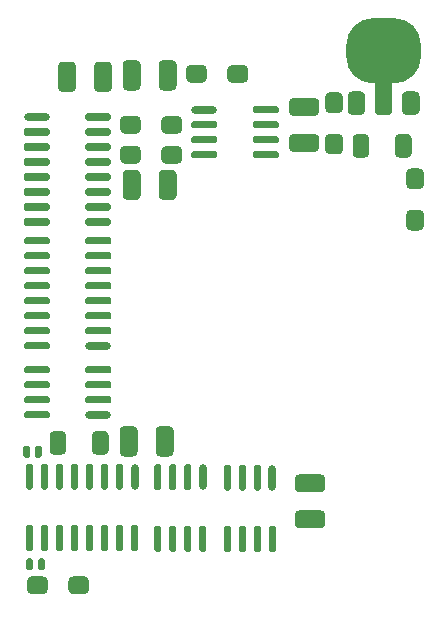
<source format=gbr>
G04 #@! TF.GenerationSoftware,KiCad,Pcbnew,(5.1.12)-1*
G04 #@! TF.CreationDate,2022-03-03T10:00:03+01:00*
G04 #@! TF.ProjectId,10V-DLTZ,3130562d-444c-4545-9a2e-6b696361645f,rev?*
G04 #@! TF.SameCoordinates,Original*
G04 #@! TF.FileFunction,Paste,Top*
G04 #@! TF.FilePolarity,Positive*
%FSLAX46Y46*%
G04 Gerber Fmt 4.6, Leading zero omitted, Abs format (unit mm)*
G04 Created by KiCad (PCBNEW (5.1.12)-1) date 2022-03-03 10:00:03*
%MOMM*%
%LPD*%
G01*
G04 APERTURE LIST*
%ADD10O,0.600000X2.200000*%
%ADD11O,2.200000X0.600000*%
G04 APERTURE END LIST*
G36*
G01*
X80818000Y-164217000D02*
X80818000Y-166117000D01*
G75*
G02*
X80668000Y-166267000I-150000J0D01*
G01*
X80368000Y-166267000D01*
G75*
G02*
X80218000Y-166117000I0J150000D01*
G01*
X80218000Y-164217000D01*
G75*
G02*
X80368000Y-164067000I150000J0D01*
G01*
X80668000Y-164067000D01*
G75*
G02*
X80818000Y-164217000I0J-150000D01*
G01*
G37*
G36*
G01*
X75738000Y-169417000D02*
X75738000Y-171317000D01*
G75*
G02*
X75588000Y-171467000I-150000J0D01*
G01*
X75288000Y-171467000D01*
G75*
G02*
X75138000Y-171317000I0J150000D01*
G01*
X75138000Y-169417000D01*
G75*
G02*
X75288000Y-169267000I150000J0D01*
G01*
X75588000Y-169267000D01*
G75*
G02*
X75738000Y-169417000I0J-150000D01*
G01*
G37*
G36*
G01*
X82088000Y-169417000D02*
X82088000Y-171317000D01*
G75*
G02*
X81938000Y-171467000I-150000J0D01*
G01*
X81638000Y-171467000D01*
G75*
G02*
X81488000Y-171317000I0J150000D01*
G01*
X81488000Y-169417000D01*
G75*
G02*
X81638000Y-169267000I150000J0D01*
G01*
X81938000Y-169267000D01*
G75*
G02*
X82088000Y-169417000I0J-150000D01*
G01*
G37*
D10*
X84328000Y-165167000D03*
G36*
G01*
X84628000Y-169417000D02*
X84628000Y-171317000D01*
G75*
G02*
X84478000Y-171467000I-150000J0D01*
G01*
X84178000Y-171467000D01*
G75*
G02*
X84028000Y-171317000I0J150000D01*
G01*
X84028000Y-169417000D01*
G75*
G02*
X84178000Y-169267000I150000J0D01*
G01*
X84478000Y-169267000D01*
G75*
G02*
X84628000Y-169417000I0J-150000D01*
G01*
G37*
G36*
G01*
X83358000Y-169417000D02*
X83358000Y-171317000D01*
G75*
G02*
X83208000Y-171467000I-150000J0D01*
G01*
X82908000Y-171467000D01*
G75*
G02*
X82758000Y-171317000I0J150000D01*
G01*
X82758000Y-169417000D01*
G75*
G02*
X82908000Y-169267000I150000J0D01*
G01*
X83208000Y-169267000D01*
G75*
G02*
X83358000Y-169417000I0J-150000D01*
G01*
G37*
G36*
G01*
X77008000Y-169417000D02*
X77008000Y-171317000D01*
G75*
G02*
X76858000Y-171467000I-150000J0D01*
G01*
X76558000Y-171467000D01*
G75*
G02*
X76408000Y-171317000I0J150000D01*
G01*
X76408000Y-169417000D01*
G75*
G02*
X76558000Y-169267000I150000J0D01*
G01*
X76858000Y-169267000D01*
G75*
G02*
X77008000Y-169417000I0J-150000D01*
G01*
G37*
G36*
G01*
X78278000Y-169417000D02*
X78278000Y-171317000D01*
G75*
G02*
X78128000Y-171467000I-150000J0D01*
G01*
X77828000Y-171467000D01*
G75*
G02*
X77678000Y-171317000I0J150000D01*
G01*
X77678000Y-169417000D01*
G75*
G02*
X77828000Y-169267000I150000J0D01*
G01*
X78128000Y-169267000D01*
G75*
G02*
X78278000Y-169417000I0J-150000D01*
G01*
G37*
G36*
G01*
X79548000Y-164217000D02*
X79548000Y-166117000D01*
G75*
G02*
X79398000Y-166267000I-150000J0D01*
G01*
X79098000Y-166267000D01*
G75*
G02*
X78948000Y-166117000I0J150000D01*
G01*
X78948000Y-164217000D01*
G75*
G02*
X79098000Y-164067000I150000J0D01*
G01*
X79398000Y-164067000D01*
G75*
G02*
X79548000Y-164217000I0J-150000D01*
G01*
G37*
G36*
G01*
X75738000Y-164217000D02*
X75738000Y-166117000D01*
G75*
G02*
X75588000Y-166267000I-150000J0D01*
G01*
X75288000Y-166267000D01*
G75*
G02*
X75138000Y-166117000I0J150000D01*
G01*
X75138000Y-164217000D01*
G75*
G02*
X75288000Y-164067000I150000J0D01*
G01*
X75588000Y-164067000D01*
G75*
G02*
X75738000Y-164217000I0J-150000D01*
G01*
G37*
G36*
G01*
X78278000Y-164217000D02*
X78278000Y-166117000D01*
G75*
G02*
X78128000Y-166267000I-150000J0D01*
G01*
X77828000Y-166267000D01*
G75*
G02*
X77678000Y-166117000I0J150000D01*
G01*
X77678000Y-164217000D01*
G75*
G02*
X77828000Y-164067000I150000J0D01*
G01*
X78128000Y-164067000D01*
G75*
G02*
X78278000Y-164217000I0J-150000D01*
G01*
G37*
G36*
G01*
X77008000Y-164217000D02*
X77008000Y-166117000D01*
G75*
G02*
X76858000Y-166267000I-150000J0D01*
G01*
X76558000Y-166267000D01*
G75*
G02*
X76408000Y-166117000I0J150000D01*
G01*
X76408000Y-164217000D01*
G75*
G02*
X76558000Y-164067000I150000J0D01*
G01*
X76858000Y-164067000D01*
G75*
G02*
X77008000Y-164217000I0J-150000D01*
G01*
G37*
G36*
G01*
X79548000Y-169417000D02*
X79548000Y-171317000D01*
G75*
G02*
X79398000Y-171467000I-150000J0D01*
G01*
X79098000Y-171467000D01*
G75*
G02*
X78948000Y-171317000I0J150000D01*
G01*
X78948000Y-169417000D01*
G75*
G02*
X79098000Y-169267000I150000J0D01*
G01*
X79398000Y-169267000D01*
G75*
G02*
X79548000Y-169417000I0J-150000D01*
G01*
G37*
G36*
G01*
X83358000Y-164217000D02*
X83358000Y-166117000D01*
G75*
G02*
X83208000Y-166267000I-150000J0D01*
G01*
X82908000Y-166267000D01*
G75*
G02*
X82758000Y-166117000I0J150000D01*
G01*
X82758000Y-164217000D01*
G75*
G02*
X82908000Y-164067000I150000J0D01*
G01*
X83208000Y-164067000D01*
G75*
G02*
X83358000Y-164217000I0J-150000D01*
G01*
G37*
G36*
G01*
X80818000Y-169417000D02*
X80818000Y-171317000D01*
G75*
G02*
X80668000Y-171467000I-150000J0D01*
G01*
X80368000Y-171467000D01*
G75*
G02*
X80218000Y-171317000I0J150000D01*
G01*
X80218000Y-169417000D01*
G75*
G02*
X80368000Y-169267000I150000J0D01*
G01*
X80668000Y-169267000D01*
G75*
G02*
X80818000Y-169417000I0J-150000D01*
G01*
G37*
G36*
G01*
X82088000Y-164217000D02*
X82088000Y-166117000D01*
G75*
G02*
X81938000Y-166267000I-150000J0D01*
G01*
X81638000Y-166267000D01*
G75*
G02*
X81488000Y-166117000I0J150000D01*
G01*
X81488000Y-164217000D01*
G75*
G02*
X81638000Y-164067000I150000J0D01*
G01*
X81938000Y-164067000D01*
G75*
G02*
X82088000Y-164217000I0J-150000D01*
G01*
G37*
G36*
G01*
X78726000Y-174746000D02*
X78726000Y-173996000D01*
G75*
G02*
X79101000Y-173621000I375000J0D01*
G01*
X80101000Y-173621000D01*
G75*
G02*
X80476000Y-173996000I0J-375000D01*
G01*
X80476000Y-174746000D01*
G75*
G02*
X80101000Y-175121000I-375000J0D01*
G01*
X79101000Y-175121000D01*
G75*
G02*
X78726000Y-174746000I0J375000D01*
G01*
G37*
G36*
G01*
X75226000Y-174746000D02*
X75226000Y-173996000D01*
G75*
G02*
X75601000Y-173621000I375000J0D01*
G01*
X76601000Y-173621000D01*
G75*
G02*
X76976000Y-173996000I0J-375000D01*
G01*
X76976000Y-174746000D01*
G75*
G02*
X76601000Y-175121000I-375000J0D01*
G01*
X75601000Y-175121000D01*
G75*
G02*
X75226000Y-174746000I0J375000D01*
G01*
G37*
G36*
G01*
X76146000Y-172943000D02*
X76146000Y-172243000D01*
G75*
G02*
X76296000Y-172093000I150000J0D01*
G01*
X76596000Y-172093000D01*
G75*
G02*
X76746000Y-172243000I0J-150000D01*
G01*
X76746000Y-172943000D01*
G75*
G02*
X76596000Y-173093000I-150000J0D01*
G01*
X76296000Y-173093000D01*
G75*
G02*
X76146000Y-172943000I0J150000D01*
G01*
G37*
G36*
G01*
X75146000Y-172943000D02*
X75146000Y-172243000D01*
G75*
G02*
X75296000Y-172093000I150000J0D01*
G01*
X75596000Y-172093000D01*
G75*
G02*
X75746000Y-172243000I0J-150000D01*
G01*
X75746000Y-172943000D01*
G75*
G02*
X75596000Y-173093000I-150000J0D01*
G01*
X75296000Y-173093000D01*
G75*
G02*
X75146000Y-172943000I0J150000D01*
G01*
G37*
G36*
G01*
X75892000Y-163418000D02*
X75892000Y-162718000D01*
G75*
G02*
X76042000Y-162568000I150000J0D01*
G01*
X76342000Y-162568000D01*
G75*
G02*
X76492000Y-162718000I0J-150000D01*
G01*
X76492000Y-163418000D01*
G75*
G02*
X76342000Y-163568000I-150000J0D01*
G01*
X76042000Y-163568000D01*
G75*
G02*
X75892000Y-163418000I0J150000D01*
G01*
G37*
G36*
G01*
X74892000Y-163418000D02*
X74892000Y-162718000D01*
G75*
G02*
X75042000Y-162568000I150000J0D01*
G01*
X75342000Y-162568000D01*
G75*
G02*
X75492000Y-162718000I0J-150000D01*
G01*
X75492000Y-163418000D01*
G75*
G02*
X75342000Y-163568000I-150000J0D01*
G01*
X75042000Y-163568000D01*
G75*
G02*
X74892000Y-163418000I0J150000D01*
G01*
G37*
G36*
G01*
X84834000Y-139547000D02*
X84834000Y-141377000D01*
G75*
G02*
X84454000Y-141757000I-380000J0D01*
G01*
X83694000Y-141757000D01*
G75*
G02*
X83314000Y-141377000I0J380000D01*
G01*
X83314000Y-139547000D01*
G75*
G02*
X83694000Y-139167000I380000J0D01*
G01*
X84454000Y-139167000D01*
G75*
G02*
X84834000Y-139547000I0J-380000D01*
G01*
G37*
G36*
G01*
X87882000Y-139547000D02*
X87882000Y-141377000D01*
G75*
G02*
X87502000Y-141757000I-380000J0D01*
G01*
X86742000Y-141757000D01*
G75*
G02*
X86362000Y-141377000I0J380000D01*
G01*
X86362000Y-139547000D01*
G75*
G02*
X86742000Y-139167000I380000J0D01*
G01*
X87502000Y-139167000D01*
G75*
G02*
X87882000Y-139547000I0J-380000D01*
G01*
G37*
G36*
G01*
X99594000Y-134618000D02*
X97764000Y-134618000D01*
G75*
G02*
X97384000Y-134238000I0J380000D01*
G01*
X97384000Y-133478000D01*
G75*
G02*
X97764000Y-133098000I380000J0D01*
G01*
X99594000Y-133098000D01*
G75*
G02*
X99974000Y-133478000I0J-380000D01*
G01*
X99974000Y-134238000D01*
G75*
G02*
X99594000Y-134618000I-380000J0D01*
G01*
G37*
G36*
G01*
X99594000Y-137666000D02*
X97764000Y-137666000D01*
G75*
G02*
X97384000Y-137286000I0J380000D01*
G01*
X97384000Y-136526000D01*
G75*
G02*
X97764000Y-136146000I380000J0D01*
G01*
X99594000Y-136146000D01*
G75*
G02*
X99974000Y-136526000I0J-380000D01*
G01*
X99974000Y-137286000D01*
G75*
G02*
X99594000Y-137666000I-380000J0D01*
G01*
G37*
G36*
G01*
X94487000Y-133812000D02*
X96387000Y-133812000D01*
G75*
G02*
X96537000Y-133962000I0J-150000D01*
G01*
X96537000Y-134262000D01*
G75*
G02*
X96387000Y-134412000I-150000J0D01*
G01*
X94487000Y-134412000D01*
G75*
G02*
X94337000Y-134262000I0J150000D01*
G01*
X94337000Y-133962000D01*
G75*
G02*
X94487000Y-133812000I150000J0D01*
G01*
G37*
D11*
X90237000Y-134112000D03*
G36*
G01*
X94487000Y-135082000D02*
X96387000Y-135082000D01*
G75*
G02*
X96537000Y-135232000I0J-150000D01*
G01*
X96537000Y-135532000D01*
G75*
G02*
X96387000Y-135682000I-150000J0D01*
G01*
X94487000Y-135682000D01*
G75*
G02*
X94337000Y-135532000I0J150000D01*
G01*
X94337000Y-135232000D01*
G75*
G02*
X94487000Y-135082000I150000J0D01*
G01*
G37*
G36*
G01*
X89287000Y-135082000D02*
X91187000Y-135082000D01*
G75*
G02*
X91337000Y-135232000I0J-150000D01*
G01*
X91337000Y-135532000D01*
G75*
G02*
X91187000Y-135682000I-150000J0D01*
G01*
X89287000Y-135682000D01*
G75*
G02*
X89137000Y-135532000I0J150000D01*
G01*
X89137000Y-135232000D01*
G75*
G02*
X89287000Y-135082000I150000J0D01*
G01*
G37*
G36*
G01*
X94487000Y-136352000D02*
X96387000Y-136352000D01*
G75*
G02*
X96537000Y-136502000I0J-150000D01*
G01*
X96537000Y-136802000D01*
G75*
G02*
X96387000Y-136952000I-150000J0D01*
G01*
X94487000Y-136952000D01*
G75*
G02*
X94337000Y-136802000I0J150000D01*
G01*
X94337000Y-136502000D01*
G75*
G02*
X94487000Y-136352000I150000J0D01*
G01*
G37*
G36*
G01*
X89287000Y-136352000D02*
X91187000Y-136352000D01*
G75*
G02*
X91337000Y-136502000I0J-150000D01*
G01*
X91337000Y-136802000D01*
G75*
G02*
X91187000Y-136952000I-150000J0D01*
G01*
X89287000Y-136952000D01*
G75*
G02*
X89137000Y-136802000I0J150000D01*
G01*
X89137000Y-136502000D01*
G75*
G02*
X89287000Y-136352000I150000J0D01*
G01*
G37*
G36*
G01*
X94487000Y-137622000D02*
X96387000Y-137622000D01*
G75*
G02*
X96537000Y-137772000I0J-150000D01*
G01*
X96537000Y-138072000D01*
G75*
G02*
X96387000Y-138222000I-150000J0D01*
G01*
X94487000Y-138222000D01*
G75*
G02*
X94337000Y-138072000I0J150000D01*
G01*
X94337000Y-137772000D01*
G75*
G02*
X94487000Y-137622000I150000J0D01*
G01*
G37*
G36*
G01*
X89287000Y-137622000D02*
X91187000Y-137622000D01*
G75*
G02*
X91337000Y-137772000I0J-150000D01*
G01*
X91337000Y-138072000D01*
G75*
G02*
X91187000Y-138222000I-150000J0D01*
G01*
X89287000Y-138222000D01*
G75*
G02*
X89137000Y-138072000I0J150000D01*
G01*
X89137000Y-137772000D01*
G75*
G02*
X89287000Y-137622000I150000J0D01*
G01*
G37*
G36*
G01*
X82213800Y-156433800D02*
X80313800Y-156433800D01*
G75*
G02*
X80163800Y-156283800I0J150000D01*
G01*
X80163800Y-155983800D01*
G75*
G02*
X80313800Y-155833800I150000J0D01*
G01*
X82213800Y-155833800D01*
G75*
G02*
X82363800Y-155983800I0J-150000D01*
G01*
X82363800Y-156283800D01*
G75*
G02*
X82213800Y-156433800I-150000J0D01*
G01*
G37*
G36*
G01*
X77013800Y-156433800D02*
X75113800Y-156433800D01*
G75*
G02*
X74963800Y-156283800I0J150000D01*
G01*
X74963800Y-155983800D01*
G75*
G02*
X75113800Y-155833800I150000J0D01*
G01*
X77013800Y-155833800D01*
G75*
G02*
X77163800Y-155983800I0J-150000D01*
G01*
X77163800Y-156283800D01*
G75*
G02*
X77013800Y-156433800I-150000J0D01*
G01*
G37*
G36*
G01*
X82213800Y-157703800D02*
X80313800Y-157703800D01*
G75*
G02*
X80163800Y-157553800I0J150000D01*
G01*
X80163800Y-157253800D01*
G75*
G02*
X80313800Y-157103800I150000J0D01*
G01*
X82213800Y-157103800D01*
G75*
G02*
X82363800Y-157253800I0J-150000D01*
G01*
X82363800Y-157553800D01*
G75*
G02*
X82213800Y-157703800I-150000J0D01*
G01*
G37*
G36*
G01*
X77013800Y-157703800D02*
X75113800Y-157703800D01*
G75*
G02*
X74963800Y-157553800I0J150000D01*
G01*
X74963800Y-157253800D01*
G75*
G02*
X75113800Y-157103800I150000J0D01*
G01*
X77013800Y-157103800D01*
G75*
G02*
X77163800Y-157253800I0J-150000D01*
G01*
X77163800Y-157553800D01*
G75*
G02*
X77013800Y-157703800I-150000J0D01*
G01*
G37*
G36*
G01*
X82213800Y-158973800D02*
X80313800Y-158973800D01*
G75*
G02*
X80163800Y-158823800I0J150000D01*
G01*
X80163800Y-158523800D01*
G75*
G02*
X80313800Y-158373800I150000J0D01*
G01*
X82213800Y-158373800D01*
G75*
G02*
X82363800Y-158523800I0J-150000D01*
G01*
X82363800Y-158823800D01*
G75*
G02*
X82213800Y-158973800I-150000J0D01*
G01*
G37*
G36*
G01*
X77013800Y-158973800D02*
X75113800Y-158973800D01*
G75*
G02*
X74963800Y-158823800I0J150000D01*
G01*
X74963800Y-158523800D01*
G75*
G02*
X75113800Y-158373800I150000J0D01*
G01*
X77013800Y-158373800D01*
G75*
G02*
X77163800Y-158523800I0J-150000D01*
G01*
X77163800Y-158823800D01*
G75*
G02*
X77013800Y-158973800I-150000J0D01*
G01*
G37*
X81263800Y-159943800D03*
G36*
G01*
X77013800Y-160243800D02*
X75113800Y-160243800D01*
G75*
G02*
X74963800Y-160093800I0J150000D01*
G01*
X74963800Y-159793800D01*
G75*
G02*
X75113800Y-159643800I150000J0D01*
G01*
X77013800Y-159643800D01*
G75*
G02*
X77163800Y-159793800I0J-150000D01*
G01*
X77163800Y-160093800D01*
G75*
G02*
X77013800Y-160243800I-150000J0D01*
G01*
G37*
G36*
G01*
X96296499Y-169497999D02*
X96296499Y-171397999D01*
G75*
G02*
X96146499Y-171547999I-150000J0D01*
G01*
X95846499Y-171547999D01*
G75*
G02*
X95696499Y-171397999I0J150000D01*
G01*
X95696499Y-169497999D01*
G75*
G02*
X95846499Y-169347999I150000J0D01*
G01*
X96146499Y-169347999D01*
G75*
G02*
X96296499Y-169497999I0J-150000D01*
G01*
G37*
D10*
X95996499Y-165247999D03*
G36*
G01*
X95026499Y-169497999D02*
X95026499Y-171397999D01*
G75*
G02*
X94876499Y-171547999I-150000J0D01*
G01*
X94576499Y-171547999D01*
G75*
G02*
X94426499Y-171397999I0J150000D01*
G01*
X94426499Y-169497999D01*
G75*
G02*
X94576499Y-169347999I150000J0D01*
G01*
X94876499Y-169347999D01*
G75*
G02*
X95026499Y-169497999I0J-150000D01*
G01*
G37*
G36*
G01*
X95026499Y-164297999D02*
X95026499Y-166197999D01*
G75*
G02*
X94876499Y-166347999I-150000J0D01*
G01*
X94576499Y-166347999D01*
G75*
G02*
X94426499Y-166197999I0J150000D01*
G01*
X94426499Y-164297999D01*
G75*
G02*
X94576499Y-164147999I150000J0D01*
G01*
X94876499Y-164147999D01*
G75*
G02*
X95026499Y-164297999I0J-150000D01*
G01*
G37*
G36*
G01*
X93756499Y-169497999D02*
X93756499Y-171397999D01*
G75*
G02*
X93606499Y-171547999I-150000J0D01*
G01*
X93306499Y-171547999D01*
G75*
G02*
X93156499Y-171397999I0J150000D01*
G01*
X93156499Y-169497999D01*
G75*
G02*
X93306499Y-169347999I150000J0D01*
G01*
X93606499Y-169347999D01*
G75*
G02*
X93756499Y-169497999I0J-150000D01*
G01*
G37*
G36*
G01*
X93756499Y-164297999D02*
X93756499Y-166197999D01*
G75*
G02*
X93606499Y-166347999I-150000J0D01*
G01*
X93306499Y-166347999D01*
G75*
G02*
X93156499Y-166197999I0J150000D01*
G01*
X93156499Y-164297999D01*
G75*
G02*
X93306499Y-164147999I150000J0D01*
G01*
X93606499Y-164147999D01*
G75*
G02*
X93756499Y-164297999I0J-150000D01*
G01*
G37*
G36*
G01*
X92486499Y-169497999D02*
X92486499Y-171397999D01*
G75*
G02*
X92336499Y-171547999I-150000J0D01*
G01*
X92036499Y-171547999D01*
G75*
G02*
X91886499Y-171397999I0J150000D01*
G01*
X91886499Y-169497999D01*
G75*
G02*
X92036499Y-169347999I150000J0D01*
G01*
X92336499Y-169347999D01*
G75*
G02*
X92486499Y-169497999I0J-150000D01*
G01*
G37*
G36*
G01*
X92486499Y-164297999D02*
X92486499Y-166197999D01*
G75*
G02*
X92336499Y-166347999I-150000J0D01*
G01*
X92036499Y-166347999D01*
G75*
G02*
X91886499Y-166197999I0J150000D01*
G01*
X91886499Y-164297999D01*
G75*
G02*
X92036499Y-164147999I150000J0D01*
G01*
X92336499Y-164147999D01*
G75*
G02*
X92486499Y-164297999I0J-150000D01*
G01*
G37*
G36*
G01*
X75088400Y-136961600D02*
X76988400Y-136961600D01*
G75*
G02*
X77138400Y-137111600I0J-150000D01*
G01*
X77138400Y-137411600D01*
G75*
G02*
X76988400Y-137561600I-150000J0D01*
G01*
X75088400Y-137561600D01*
G75*
G02*
X74938400Y-137411600I0J150000D01*
G01*
X74938400Y-137111600D01*
G75*
G02*
X75088400Y-136961600I150000J0D01*
G01*
G37*
G36*
G01*
X80288400Y-138231600D02*
X82188400Y-138231600D01*
G75*
G02*
X82338400Y-138381600I0J-150000D01*
G01*
X82338400Y-138681600D01*
G75*
G02*
X82188400Y-138831600I-150000J0D01*
G01*
X80288400Y-138831600D01*
G75*
G02*
X80138400Y-138681600I0J150000D01*
G01*
X80138400Y-138381600D01*
G75*
G02*
X80288400Y-138231600I150000J0D01*
G01*
G37*
G36*
G01*
X75088400Y-135691600D02*
X76988400Y-135691600D01*
G75*
G02*
X77138400Y-135841600I0J-150000D01*
G01*
X77138400Y-136141600D01*
G75*
G02*
X76988400Y-136291600I-150000J0D01*
G01*
X75088400Y-136291600D01*
G75*
G02*
X74938400Y-136141600I0J150000D01*
G01*
X74938400Y-135841600D01*
G75*
G02*
X75088400Y-135691600I150000J0D01*
G01*
G37*
G36*
G01*
X80288400Y-139501600D02*
X82188400Y-139501600D01*
G75*
G02*
X82338400Y-139651600I0J-150000D01*
G01*
X82338400Y-139951600D01*
G75*
G02*
X82188400Y-140101600I-150000J0D01*
G01*
X80288400Y-140101600D01*
G75*
G02*
X80138400Y-139951600I0J150000D01*
G01*
X80138400Y-139651600D01*
G75*
G02*
X80288400Y-139501600I150000J0D01*
G01*
G37*
G36*
G01*
X75088400Y-142041600D02*
X76988400Y-142041600D01*
G75*
G02*
X77138400Y-142191600I0J-150000D01*
G01*
X77138400Y-142491600D01*
G75*
G02*
X76988400Y-142641600I-150000J0D01*
G01*
X75088400Y-142641600D01*
G75*
G02*
X74938400Y-142491600I0J150000D01*
G01*
X74938400Y-142191600D01*
G75*
G02*
X75088400Y-142041600I150000J0D01*
G01*
G37*
G36*
G01*
X75088400Y-140771600D02*
X76988400Y-140771600D01*
G75*
G02*
X77138400Y-140921600I0J-150000D01*
G01*
X77138400Y-141221600D01*
G75*
G02*
X76988400Y-141371600I-150000J0D01*
G01*
X75088400Y-141371600D01*
G75*
G02*
X74938400Y-141221600I0J150000D01*
G01*
X74938400Y-140921600D01*
G75*
G02*
X75088400Y-140771600I150000J0D01*
G01*
G37*
G36*
G01*
X75088400Y-143311600D02*
X76988400Y-143311600D01*
G75*
G02*
X77138400Y-143461600I0J-150000D01*
G01*
X77138400Y-143761600D01*
G75*
G02*
X76988400Y-143911600I-150000J0D01*
G01*
X75088400Y-143911600D01*
G75*
G02*
X74938400Y-143761600I0J150000D01*
G01*
X74938400Y-143461600D01*
G75*
G02*
X75088400Y-143311600I150000J0D01*
G01*
G37*
G36*
G01*
X75088400Y-139501600D02*
X76988400Y-139501600D01*
G75*
G02*
X77138400Y-139651600I0J-150000D01*
G01*
X77138400Y-139951600D01*
G75*
G02*
X76988400Y-140101600I-150000J0D01*
G01*
X75088400Y-140101600D01*
G75*
G02*
X74938400Y-139951600I0J150000D01*
G01*
X74938400Y-139651600D01*
G75*
G02*
X75088400Y-139501600I150000J0D01*
G01*
G37*
G36*
G01*
X80288400Y-140771600D02*
X82188400Y-140771600D01*
G75*
G02*
X82338400Y-140921600I0J-150000D01*
G01*
X82338400Y-141221600D01*
G75*
G02*
X82188400Y-141371600I-150000J0D01*
G01*
X80288400Y-141371600D01*
G75*
G02*
X80138400Y-141221600I0J150000D01*
G01*
X80138400Y-140921600D01*
G75*
G02*
X80288400Y-140771600I150000J0D01*
G01*
G37*
G36*
G01*
X80288400Y-142041600D02*
X82188400Y-142041600D01*
G75*
G02*
X82338400Y-142191600I0J-150000D01*
G01*
X82338400Y-142491600D01*
G75*
G02*
X82188400Y-142641600I-150000J0D01*
G01*
X80288400Y-142641600D01*
G75*
G02*
X80138400Y-142491600I0J150000D01*
G01*
X80138400Y-142191600D01*
G75*
G02*
X80288400Y-142041600I150000J0D01*
G01*
G37*
G36*
G01*
X80288400Y-135691600D02*
X82188400Y-135691600D01*
G75*
G02*
X82338400Y-135841600I0J-150000D01*
G01*
X82338400Y-136141600D01*
G75*
G02*
X82188400Y-136291600I-150000J0D01*
G01*
X80288400Y-136291600D01*
G75*
G02*
X80138400Y-136141600I0J150000D01*
G01*
X80138400Y-135841600D01*
G75*
G02*
X80288400Y-135691600I150000J0D01*
G01*
G37*
G36*
G01*
X80288400Y-134421600D02*
X82188400Y-134421600D01*
G75*
G02*
X82338400Y-134571600I0J-150000D01*
G01*
X82338400Y-134871600D01*
G75*
G02*
X82188400Y-135021600I-150000J0D01*
G01*
X80288400Y-135021600D01*
G75*
G02*
X80138400Y-134871600I0J150000D01*
G01*
X80138400Y-134571600D01*
G75*
G02*
X80288400Y-134421600I150000J0D01*
G01*
G37*
D11*
X76038400Y-134721600D03*
G36*
G01*
X80288400Y-136961600D02*
X82188400Y-136961600D01*
G75*
G02*
X82338400Y-137111600I0J-150000D01*
G01*
X82338400Y-137411600D01*
G75*
G02*
X82188400Y-137561600I-150000J0D01*
G01*
X80288400Y-137561600D01*
G75*
G02*
X80138400Y-137411600I0J150000D01*
G01*
X80138400Y-137111600D01*
G75*
G02*
X80288400Y-136961600I150000J0D01*
G01*
G37*
G36*
G01*
X80288400Y-143311600D02*
X82188400Y-143311600D01*
G75*
G02*
X82338400Y-143461600I0J-150000D01*
G01*
X82338400Y-143761600D01*
G75*
G02*
X82188400Y-143911600I-150000J0D01*
G01*
X80288400Y-143911600D01*
G75*
G02*
X80138400Y-143761600I0J150000D01*
G01*
X80138400Y-143461600D01*
G75*
G02*
X80288400Y-143311600I150000J0D01*
G01*
G37*
G36*
G01*
X75088400Y-138231600D02*
X76988400Y-138231600D01*
G75*
G02*
X77138400Y-138381600I0J-150000D01*
G01*
X77138400Y-138681600D01*
G75*
G02*
X76988400Y-138831600I-150000J0D01*
G01*
X75088400Y-138831600D01*
G75*
G02*
X74938400Y-138681600I0J150000D01*
G01*
X74938400Y-138381600D01*
G75*
G02*
X75088400Y-138231600I150000J0D01*
G01*
G37*
G36*
G01*
X90406500Y-169480500D02*
X90406500Y-171380500D01*
G75*
G02*
X90256500Y-171530500I-150000J0D01*
G01*
X89956500Y-171530500D01*
G75*
G02*
X89806500Y-171380500I0J150000D01*
G01*
X89806500Y-169480500D01*
G75*
G02*
X89956500Y-169330500I150000J0D01*
G01*
X90256500Y-169330500D01*
G75*
G02*
X90406500Y-169480500I0J-150000D01*
G01*
G37*
D10*
X90106500Y-165230500D03*
G36*
G01*
X89136500Y-169480500D02*
X89136500Y-171380500D01*
G75*
G02*
X88986500Y-171530500I-150000J0D01*
G01*
X88686500Y-171530500D01*
G75*
G02*
X88536500Y-171380500I0J150000D01*
G01*
X88536500Y-169480500D01*
G75*
G02*
X88686500Y-169330500I150000J0D01*
G01*
X88986500Y-169330500D01*
G75*
G02*
X89136500Y-169480500I0J-150000D01*
G01*
G37*
G36*
G01*
X89136500Y-164280500D02*
X89136500Y-166180500D01*
G75*
G02*
X88986500Y-166330500I-150000J0D01*
G01*
X88686500Y-166330500D01*
G75*
G02*
X88536500Y-166180500I0J150000D01*
G01*
X88536500Y-164280500D01*
G75*
G02*
X88686500Y-164130500I150000J0D01*
G01*
X88986500Y-164130500D01*
G75*
G02*
X89136500Y-164280500I0J-150000D01*
G01*
G37*
G36*
G01*
X87866500Y-169480500D02*
X87866500Y-171380500D01*
G75*
G02*
X87716500Y-171530500I-150000J0D01*
G01*
X87416500Y-171530500D01*
G75*
G02*
X87266500Y-171380500I0J150000D01*
G01*
X87266500Y-169480500D01*
G75*
G02*
X87416500Y-169330500I150000J0D01*
G01*
X87716500Y-169330500D01*
G75*
G02*
X87866500Y-169480500I0J-150000D01*
G01*
G37*
G36*
G01*
X87866500Y-164280500D02*
X87866500Y-166180500D01*
G75*
G02*
X87716500Y-166330500I-150000J0D01*
G01*
X87416500Y-166330500D01*
G75*
G02*
X87266500Y-166180500I0J150000D01*
G01*
X87266500Y-164280500D01*
G75*
G02*
X87416500Y-164130500I150000J0D01*
G01*
X87716500Y-164130500D01*
G75*
G02*
X87866500Y-164280500I0J-150000D01*
G01*
G37*
G36*
G01*
X86596500Y-169480500D02*
X86596500Y-171380500D01*
G75*
G02*
X86446500Y-171530500I-150000J0D01*
G01*
X86146500Y-171530500D01*
G75*
G02*
X85996500Y-171380500I0J150000D01*
G01*
X85996500Y-169480500D01*
G75*
G02*
X86146500Y-169330500I150000J0D01*
G01*
X86446500Y-169330500D01*
G75*
G02*
X86596500Y-169480500I0J-150000D01*
G01*
G37*
G36*
G01*
X86596500Y-164280500D02*
X86596500Y-166180500D01*
G75*
G02*
X86446500Y-166330500I-150000J0D01*
G01*
X86146500Y-166330500D01*
G75*
G02*
X85996500Y-166180500I0J150000D01*
G01*
X85996500Y-164280500D01*
G75*
G02*
X86146500Y-164130500I150000J0D01*
G01*
X86446500Y-164130500D01*
G75*
G02*
X86596500Y-164280500I0J-150000D01*
G01*
G37*
G36*
G01*
X82213800Y-145511800D02*
X80313800Y-145511800D01*
G75*
G02*
X80163800Y-145361800I0J150000D01*
G01*
X80163800Y-145061800D01*
G75*
G02*
X80313800Y-144911800I150000J0D01*
G01*
X82213800Y-144911800D01*
G75*
G02*
X82363800Y-145061800I0J-150000D01*
G01*
X82363800Y-145361800D01*
G75*
G02*
X82213800Y-145511800I-150000J0D01*
G01*
G37*
G36*
G01*
X77013800Y-145511800D02*
X75113800Y-145511800D01*
G75*
G02*
X74963800Y-145361800I0J150000D01*
G01*
X74963800Y-145061800D01*
G75*
G02*
X75113800Y-144911800I150000J0D01*
G01*
X77013800Y-144911800D01*
G75*
G02*
X77163800Y-145061800I0J-150000D01*
G01*
X77163800Y-145361800D01*
G75*
G02*
X77013800Y-145511800I-150000J0D01*
G01*
G37*
G36*
G01*
X82213800Y-146781800D02*
X80313800Y-146781800D01*
G75*
G02*
X80163800Y-146631800I0J150000D01*
G01*
X80163800Y-146331800D01*
G75*
G02*
X80313800Y-146181800I150000J0D01*
G01*
X82213800Y-146181800D01*
G75*
G02*
X82363800Y-146331800I0J-150000D01*
G01*
X82363800Y-146631800D01*
G75*
G02*
X82213800Y-146781800I-150000J0D01*
G01*
G37*
G36*
G01*
X77013800Y-146781800D02*
X75113800Y-146781800D01*
G75*
G02*
X74963800Y-146631800I0J150000D01*
G01*
X74963800Y-146331800D01*
G75*
G02*
X75113800Y-146181800I150000J0D01*
G01*
X77013800Y-146181800D01*
G75*
G02*
X77163800Y-146331800I0J-150000D01*
G01*
X77163800Y-146631800D01*
G75*
G02*
X77013800Y-146781800I-150000J0D01*
G01*
G37*
G36*
G01*
X82213800Y-148051800D02*
X80313800Y-148051800D01*
G75*
G02*
X80163800Y-147901800I0J150000D01*
G01*
X80163800Y-147601800D01*
G75*
G02*
X80313800Y-147451800I150000J0D01*
G01*
X82213800Y-147451800D01*
G75*
G02*
X82363800Y-147601800I0J-150000D01*
G01*
X82363800Y-147901800D01*
G75*
G02*
X82213800Y-148051800I-150000J0D01*
G01*
G37*
G36*
G01*
X77013800Y-148051800D02*
X75113800Y-148051800D01*
G75*
G02*
X74963800Y-147901800I0J150000D01*
G01*
X74963800Y-147601800D01*
G75*
G02*
X75113800Y-147451800I150000J0D01*
G01*
X77013800Y-147451800D01*
G75*
G02*
X77163800Y-147601800I0J-150000D01*
G01*
X77163800Y-147901800D01*
G75*
G02*
X77013800Y-148051800I-150000J0D01*
G01*
G37*
G36*
G01*
X82213800Y-149321800D02*
X80313800Y-149321800D01*
G75*
G02*
X80163800Y-149171800I0J150000D01*
G01*
X80163800Y-148871800D01*
G75*
G02*
X80313800Y-148721800I150000J0D01*
G01*
X82213800Y-148721800D01*
G75*
G02*
X82363800Y-148871800I0J-150000D01*
G01*
X82363800Y-149171800D01*
G75*
G02*
X82213800Y-149321800I-150000J0D01*
G01*
G37*
G36*
G01*
X77013800Y-149321800D02*
X75113800Y-149321800D01*
G75*
G02*
X74963800Y-149171800I0J150000D01*
G01*
X74963800Y-148871800D01*
G75*
G02*
X75113800Y-148721800I150000J0D01*
G01*
X77013800Y-148721800D01*
G75*
G02*
X77163800Y-148871800I0J-150000D01*
G01*
X77163800Y-149171800D01*
G75*
G02*
X77013800Y-149321800I-150000J0D01*
G01*
G37*
G36*
G01*
X82213800Y-150591800D02*
X80313800Y-150591800D01*
G75*
G02*
X80163800Y-150441800I0J150000D01*
G01*
X80163800Y-150141800D01*
G75*
G02*
X80313800Y-149991800I150000J0D01*
G01*
X82213800Y-149991800D01*
G75*
G02*
X82363800Y-150141800I0J-150000D01*
G01*
X82363800Y-150441800D01*
G75*
G02*
X82213800Y-150591800I-150000J0D01*
G01*
G37*
G36*
G01*
X77013800Y-150591800D02*
X75113800Y-150591800D01*
G75*
G02*
X74963800Y-150441800I0J150000D01*
G01*
X74963800Y-150141800D01*
G75*
G02*
X75113800Y-149991800I150000J0D01*
G01*
X77013800Y-149991800D01*
G75*
G02*
X77163800Y-150141800I0J-150000D01*
G01*
X77163800Y-150441800D01*
G75*
G02*
X77013800Y-150591800I-150000J0D01*
G01*
G37*
G36*
G01*
X82213800Y-151861800D02*
X80313800Y-151861800D01*
G75*
G02*
X80163800Y-151711800I0J150000D01*
G01*
X80163800Y-151411800D01*
G75*
G02*
X80313800Y-151261800I150000J0D01*
G01*
X82213800Y-151261800D01*
G75*
G02*
X82363800Y-151411800I0J-150000D01*
G01*
X82363800Y-151711800D01*
G75*
G02*
X82213800Y-151861800I-150000J0D01*
G01*
G37*
G36*
G01*
X77013800Y-151861800D02*
X75113800Y-151861800D01*
G75*
G02*
X74963800Y-151711800I0J150000D01*
G01*
X74963800Y-151411800D01*
G75*
G02*
X75113800Y-151261800I150000J0D01*
G01*
X77013800Y-151261800D01*
G75*
G02*
X77163800Y-151411800I0J-150000D01*
G01*
X77163800Y-151711800D01*
G75*
G02*
X77013800Y-151861800I-150000J0D01*
G01*
G37*
G36*
G01*
X82213800Y-153131800D02*
X80313800Y-153131800D01*
G75*
G02*
X80163800Y-152981800I0J150000D01*
G01*
X80163800Y-152681800D01*
G75*
G02*
X80313800Y-152531800I150000J0D01*
G01*
X82213800Y-152531800D01*
G75*
G02*
X82363800Y-152681800I0J-150000D01*
G01*
X82363800Y-152981800D01*
G75*
G02*
X82213800Y-153131800I-150000J0D01*
G01*
G37*
G36*
G01*
X77013800Y-153131800D02*
X75113800Y-153131800D01*
G75*
G02*
X74963800Y-152981800I0J150000D01*
G01*
X74963800Y-152681800D01*
G75*
G02*
X75113800Y-152531800I150000J0D01*
G01*
X77013800Y-152531800D01*
G75*
G02*
X77163800Y-152681800I0J-150000D01*
G01*
X77163800Y-152981800D01*
G75*
G02*
X77013800Y-153131800I-150000J0D01*
G01*
G37*
D11*
X81263800Y-154101800D03*
G36*
G01*
X77013800Y-154401800D02*
X75113800Y-154401800D01*
G75*
G02*
X74963800Y-154251800I0J150000D01*
G01*
X74963800Y-153951800D01*
G75*
G02*
X75113800Y-153801800I150000J0D01*
G01*
X77013800Y-153801800D01*
G75*
G02*
X77163800Y-153951800I0J-150000D01*
G01*
X77163800Y-154251800D01*
G75*
G02*
X77013800Y-154401800I-150000J0D01*
G01*
G37*
G36*
G01*
X84834000Y-130276000D02*
X84834000Y-132106000D01*
G75*
G02*
X84454000Y-132486000I-380000J0D01*
G01*
X83694000Y-132486000D01*
G75*
G02*
X83314000Y-132106000I0J380000D01*
G01*
X83314000Y-130276000D01*
G75*
G02*
X83694000Y-129896000I380000J0D01*
G01*
X84454000Y-129896000D01*
G75*
G02*
X84834000Y-130276000I0J-380000D01*
G01*
G37*
G36*
G01*
X87882000Y-130276000D02*
X87882000Y-132106000D01*
G75*
G02*
X87502000Y-132486000I-380000J0D01*
G01*
X86742000Y-132486000D01*
G75*
G02*
X86362000Y-132106000I0J380000D01*
G01*
X86362000Y-130276000D01*
G75*
G02*
X86742000Y-129896000I380000J0D01*
G01*
X87502000Y-129896000D01*
G75*
G02*
X87882000Y-130276000I0J-380000D01*
G01*
G37*
G36*
G01*
X84580000Y-161264000D02*
X84580000Y-163094000D01*
G75*
G02*
X84200000Y-163474000I-380000J0D01*
G01*
X83440000Y-163474000D01*
G75*
G02*
X83060000Y-163094000I0J380000D01*
G01*
X83060000Y-161264000D01*
G75*
G02*
X83440000Y-160884000I380000J0D01*
G01*
X84200000Y-160884000D01*
G75*
G02*
X84580000Y-161264000I0J-380000D01*
G01*
G37*
G36*
G01*
X87628000Y-161264000D02*
X87628000Y-163094000D01*
G75*
G02*
X87248000Y-163474000I-380000J0D01*
G01*
X86488000Y-163474000D01*
G75*
G02*
X86108000Y-163094000I0J380000D01*
G01*
X86108000Y-161264000D01*
G75*
G02*
X86488000Y-160884000I380000J0D01*
G01*
X87248000Y-160884000D01*
G75*
G02*
X87628000Y-161264000I0J-380000D01*
G01*
G37*
G36*
G01*
X100844000Y-136130000D02*
X101594000Y-136130000D01*
G75*
G02*
X101969000Y-136505000I0J-375000D01*
G01*
X101969000Y-137505000D01*
G75*
G02*
X101594000Y-137880000I-375000J0D01*
G01*
X100844000Y-137880000D01*
G75*
G02*
X100469000Y-137505000I0J375000D01*
G01*
X100469000Y-136505000D01*
G75*
G02*
X100844000Y-136130000I375000J0D01*
G01*
G37*
G36*
G01*
X100844000Y-132630000D02*
X101594000Y-132630000D01*
G75*
G02*
X101969000Y-133005000I0J-375000D01*
G01*
X101969000Y-134005000D01*
G75*
G02*
X101594000Y-134380000I-375000J0D01*
G01*
X100844000Y-134380000D01*
G75*
G02*
X100469000Y-134005000I0J375000D01*
G01*
X100469000Y-133005000D01*
G75*
G02*
X100844000Y-132630000I375000J0D01*
G01*
G37*
G36*
G01*
X106960000Y-134179000D02*
X106960000Y-132929000D01*
G75*
G02*
X107335000Y-132554000I375000J0D01*
G01*
X108085000Y-132554000D01*
G75*
G02*
X108460000Y-132929000I0J-375000D01*
G01*
X108460000Y-134179000D01*
G75*
G02*
X108085000Y-134554000I-375000J0D01*
G01*
X107335000Y-134554000D01*
G75*
G02*
X106960000Y-134179000I0J375000D01*
G01*
G37*
G36*
G01*
X104660000Y-134209000D02*
X104660000Y-130459000D01*
G75*
G02*
X105035000Y-130084000I375000J0D01*
G01*
X105785000Y-130084000D01*
G75*
G02*
X106160000Y-130459000I0J-375000D01*
G01*
X106160000Y-134209000D01*
G75*
G02*
X105785000Y-134584000I-375000J0D01*
G01*
X105035000Y-134584000D01*
G75*
G02*
X104660000Y-134209000I0J375000D01*
G01*
G37*
G36*
G01*
X102360000Y-134179000D02*
X102360000Y-132929000D01*
G75*
G02*
X102735000Y-132554000I375000J0D01*
G01*
X103485000Y-132554000D01*
G75*
G02*
X103860000Y-132929000I0J-375000D01*
G01*
X103860000Y-134179000D01*
G75*
G02*
X103485000Y-134554000I-375000J0D01*
G01*
X102735000Y-134554000D01*
G75*
G02*
X102360000Y-134179000I0J375000D01*
G01*
G37*
G36*
G01*
X102260000Y-129664000D02*
X102260000Y-128564000D01*
G75*
G02*
X104460000Y-126364000I2200000J0D01*
G01*
X106360000Y-126364000D01*
G75*
G02*
X108560000Y-128564000I0J-2200000D01*
G01*
X108560000Y-129664000D01*
G75*
G02*
X106360000Y-131864000I-2200000J0D01*
G01*
X104460000Y-131864000D01*
G75*
G02*
X102260000Y-129664000I0J2200000D01*
G01*
G37*
G36*
G01*
X104183000Y-136510000D02*
X104183000Y-137810000D01*
G75*
G02*
X103833000Y-138160000I-350000J0D01*
G01*
X103133000Y-138160000D01*
G75*
G02*
X102783000Y-137810000I0J350000D01*
G01*
X102783000Y-136510000D01*
G75*
G02*
X103133000Y-136160000I350000J0D01*
G01*
X103833000Y-136160000D01*
G75*
G02*
X104183000Y-136510000I0J-350000D01*
G01*
G37*
G36*
G01*
X107783000Y-136510000D02*
X107783000Y-137810000D01*
G75*
G02*
X107433000Y-138160000I-350000J0D01*
G01*
X106733000Y-138160000D01*
G75*
G02*
X106383000Y-137810000I0J350000D01*
G01*
X106383000Y-136510000D01*
G75*
G02*
X106733000Y-136160000I350000J0D01*
G01*
X107433000Y-136160000D01*
G75*
G02*
X107783000Y-136510000I0J-350000D01*
G01*
G37*
G36*
G01*
X86600000Y-138297000D02*
X86600000Y-137547000D01*
G75*
G02*
X86975000Y-137172000I375000J0D01*
G01*
X87975000Y-137172000D01*
G75*
G02*
X88350000Y-137547000I0J-375000D01*
G01*
X88350000Y-138297000D01*
G75*
G02*
X87975000Y-138672000I-375000J0D01*
G01*
X86975000Y-138672000D01*
G75*
G02*
X86600000Y-138297000I0J375000D01*
G01*
G37*
G36*
G01*
X83100000Y-138297000D02*
X83100000Y-137547000D01*
G75*
G02*
X83475000Y-137172000I375000J0D01*
G01*
X84475000Y-137172000D01*
G75*
G02*
X84850000Y-137547000I0J-375000D01*
G01*
X84850000Y-138297000D01*
G75*
G02*
X84475000Y-138672000I-375000J0D01*
G01*
X83475000Y-138672000D01*
G75*
G02*
X83100000Y-138297000I0J375000D01*
G01*
G37*
G36*
G01*
X98272000Y-168023000D02*
X100102000Y-168023000D01*
G75*
G02*
X100482000Y-168403000I0J-380000D01*
G01*
X100482000Y-169163000D01*
G75*
G02*
X100102000Y-169543000I-380000J0D01*
G01*
X98272000Y-169543000D01*
G75*
G02*
X97892000Y-169163000I0J380000D01*
G01*
X97892000Y-168403000D01*
G75*
G02*
X98272000Y-168023000I380000J0D01*
G01*
G37*
G36*
G01*
X98272000Y-164975000D02*
X100102000Y-164975000D01*
G75*
G02*
X100482000Y-165355000I0J-380000D01*
G01*
X100482000Y-166115000D01*
G75*
G02*
X100102000Y-166495000I-380000J0D01*
G01*
X98272000Y-166495000D01*
G75*
G02*
X97892000Y-166115000I0J380000D01*
G01*
X97892000Y-165355000D01*
G75*
G02*
X98272000Y-164975000I380000J0D01*
G01*
G37*
G36*
G01*
X80729000Y-162956000D02*
X80729000Y-161656000D01*
G75*
G02*
X81079000Y-161306000I350000J0D01*
G01*
X81779000Y-161306000D01*
G75*
G02*
X82129000Y-161656000I0J-350000D01*
G01*
X82129000Y-162956000D01*
G75*
G02*
X81779000Y-163306000I-350000J0D01*
G01*
X81079000Y-163306000D01*
G75*
G02*
X80729000Y-162956000I0J350000D01*
G01*
G37*
G36*
G01*
X77129000Y-162956000D02*
X77129000Y-161656000D01*
G75*
G02*
X77479000Y-161306000I350000J0D01*
G01*
X78179000Y-161306000D01*
G75*
G02*
X78529000Y-161656000I0J-350000D01*
G01*
X78529000Y-162956000D01*
G75*
G02*
X78179000Y-163306000I-350000J0D01*
G01*
X77479000Y-163306000D01*
G75*
G02*
X77129000Y-162956000I0J350000D01*
G01*
G37*
G36*
G01*
X80901000Y-132233000D02*
X80901000Y-130403000D01*
G75*
G02*
X81281000Y-130023000I380000J0D01*
G01*
X82041000Y-130023000D01*
G75*
G02*
X82421000Y-130403000I0J-380000D01*
G01*
X82421000Y-132233000D01*
G75*
G02*
X82041000Y-132613000I-380000J0D01*
G01*
X81281000Y-132613000D01*
G75*
G02*
X80901000Y-132233000I0J380000D01*
G01*
G37*
G36*
G01*
X77853000Y-132233000D02*
X77853000Y-130403000D01*
G75*
G02*
X78233000Y-130023000I380000J0D01*
G01*
X78993000Y-130023000D01*
G75*
G02*
X79373000Y-130403000I0J-380000D01*
G01*
X79373000Y-132233000D01*
G75*
G02*
X78993000Y-132613000I-380000J0D01*
G01*
X78233000Y-132613000D01*
G75*
G02*
X77853000Y-132233000I0J380000D01*
G01*
G37*
G36*
G01*
X84850000Y-135007000D02*
X84850000Y-135757000D01*
G75*
G02*
X84475000Y-136132000I-375000J0D01*
G01*
X83475000Y-136132000D01*
G75*
G02*
X83100000Y-135757000I0J375000D01*
G01*
X83100000Y-135007000D01*
G75*
G02*
X83475000Y-134632000I375000J0D01*
G01*
X84475000Y-134632000D01*
G75*
G02*
X84850000Y-135007000I0J-375000D01*
G01*
G37*
G36*
G01*
X88350000Y-135007000D02*
X88350000Y-135757000D01*
G75*
G02*
X87975000Y-136132000I-375000J0D01*
G01*
X86975000Y-136132000D01*
G75*
G02*
X86600000Y-135757000I0J375000D01*
G01*
X86600000Y-135007000D01*
G75*
G02*
X86975000Y-134632000I375000J0D01*
G01*
X87975000Y-134632000D01*
G75*
G02*
X88350000Y-135007000I0J-375000D01*
G01*
G37*
G36*
G01*
X92188000Y-131439000D02*
X92188000Y-130689000D01*
G75*
G02*
X92563000Y-130314000I375000J0D01*
G01*
X93563000Y-130314000D01*
G75*
G02*
X93938000Y-130689000I0J-375000D01*
G01*
X93938000Y-131439000D01*
G75*
G02*
X93563000Y-131814000I-375000J0D01*
G01*
X92563000Y-131814000D01*
G75*
G02*
X92188000Y-131439000I0J375000D01*
G01*
G37*
G36*
G01*
X88688000Y-131439000D02*
X88688000Y-130689000D01*
G75*
G02*
X89063000Y-130314000I375000J0D01*
G01*
X90063000Y-130314000D01*
G75*
G02*
X90438000Y-130689000I0J-375000D01*
G01*
X90438000Y-131439000D01*
G75*
G02*
X90063000Y-131814000I-375000J0D01*
G01*
X89063000Y-131814000D01*
G75*
G02*
X88688000Y-131439000I0J375000D01*
G01*
G37*
G36*
G01*
X107702000Y-142579000D02*
X108452000Y-142579000D01*
G75*
G02*
X108827000Y-142954000I0J-375000D01*
G01*
X108827000Y-143954000D01*
G75*
G02*
X108452000Y-144329000I-375000J0D01*
G01*
X107702000Y-144329000D01*
G75*
G02*
X107327000Y-143954000I0J375000D01*
G01*
X107327000Y-142954000D01*
G75*
G02*
X107702000Y-142579000I375000J0D01*
G01*
G37*
G36*
G01*
X107702000Y-139079000D02*
X108452000Y-139079000D01*
G75*
G02*
X108827000Y-139454000I0J-375000D01*
G01*
X108827000Y-140454000D01*
G75*
G02*
X108452000Y-140829000I-375000J0D01*
G01*
X107702000Y-140829000D01*
G75*
G02*
X107327000Y-140454000I0J375000D01*
G01*
X107327000Y-139454000D01*
G75*
G02*
X107702000Y-139079000I375000J0D01*
G01*
G37*
M02*

</source>
